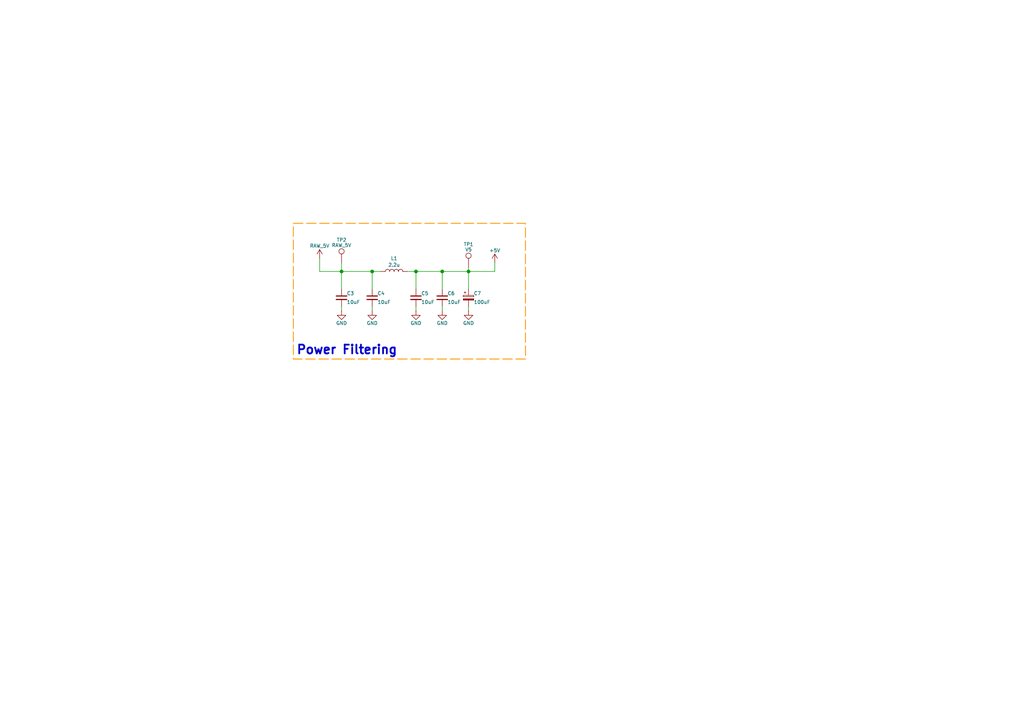
<source format=kicad_sch>
(kicad_sch (version 20250114) (generator "eeschema") (generator_version "9.0")
  (paper "A4")
  (lib_symbols
    (symbol "Connector:TestPoint" (pin_numbers (hide yes)) (pin_names (offset 0.762) (hide yes))
      (property "Reference" "TP" (at 0 6.858 0))
      (property "Value" "TestPoint" (at 0 5.08 0))
      (symbol "TestPoint_0_1"
        (circle (center 0 3.302) (radius 0.762))
      )
      (symbol "TestPoint_1_1"
        (pin passive line (at 0 0 90) (length 2.54) (name "1") (number "1"))
      )
    )
    (symbol "Device:C_Polarized_Small" (pin_numbers (hide yes)) (pin_names (offset 0.254) (hide yes))
      (property "Reference" "C" (at 0.254 1.778 0))
      (property "Value" "C_Polarized_Small" (at 0.254 -2.032 0))
      (symbol "C_Polarized_Small_0_1"
        (rectangle (start -1.524 0.6858) (end 1.524 0.3048))
        (rectangle (start -1.524 -0.3048) (end 1.524 -0.6858) (fill (type outline)))
        (polyline (pts (xy -1.27 1.524) (xy -0.762 1.524)))
        (polyline (pts (xy -1.016 1.27) (xy -1.016 1.778)))
      )
      (symbol "C_Polarized_Small_1_1"
        (pin passive line (at 0 2.54 270) (length 1.8542) (name "~") (number "1"))
        (pin passive line (at 0 -2.54 90) (length 1.8542) (name "~") (number "2"))
      )
    )
    (symbol "Device:C_Small" (pin_numbers (hide yes)) (pin_names (offset 0.254) (hide yes))
      (property "Reference" "C" (at 0.254 1.778 0))
      (property "Value" "C_Small" (at 0.254 -2.032 0))
      (symbol "C_Small_0_1"
        (polyline (pts (xy -1.524 0.508) (xy 1.524 0.508)) (stroke (width 0.3048)))
        (polyline (pts (xy -1.524 -0.508) (xy 1.524 -0.508)) (stroke (width 0.3302)))
      )
      (symbol "C_Small_1_1"
        (pin passive line (at 0 2.54 270) (length 2.032) (name "~") (number "1"))
        (pin passive line (at 0 -2.54 90) (length 2.032) (name "~") (number "2"))
      )
    )
    (symbol "Device:L" (pin_numbers (hide yes)) (pin_names (offset 1.016) (hide yes))
      (property "Reference" "L" (at -1.27 0 90))
      (property "Value" "L" (at 1.905 0 90))
      (symbol "L_0_1"
        (arc (start 0 2.54) (mid 0.6323 1.905) (end 0 1.27))
        (arc (start 0 1.27) (mid 0.6323 0.635) (end 0 0))
        (arc (start 0 0) (mid 0.6323 -0.635) (end 0 -1.27))
        (arc (start 0 -1.27) (mid 0.6323 -1.905) (end 0 -2.54))
      )
      (symbol "L_1_1"
        (pin passive line (at 0 3.81 270) (length 1.27) (name "1") (number "1"))
        (pin passive line (at 0 -3.81 90) (length 1.27) (name "2") (number "2"))
      )
    )
    (symbol "power:+5V" (power) (pin_numbers (hide yes)) (pin_names (offset 0) (hide yes))
      (property "Value" "+5V" (at 0 3.556 0))
      (symbol "+5V_0_1"
        (polyline (pts (xy -0.762 1.27) (xy 0 2.54)))
        (polyline (pts (xy 0 2.54) (xy 0.762 1.27)))
        (polyline (pts (xy 0 0) (xy 0 2.54)))
      )
      (symbol "+5V_1_1"
        (pin power_in line (at 0 0 90) (length 0) (name "~") (number "1"))
      )
    )
    (symbol "power:GND" (power) (pin_numbers (hide yes)) (pin_names (offset 0) (hide yes))
      (property "Value" "GND" (at 0 -3.81 0))
      (symbol "GND_0_1"
        (polyline (pts (xy 0 0) (xy 0 -1.27) (xy 1.27 -1.27) (xy 0 -2.54) (xy -1.27 -1.27) (xy 0 -1.27)))
      )
      (symbol "GND_1_1"
        (pin power_in line (at 0 0 270) (length 0) (name "~") (number "1"))
      )
    )
  )
  (rectangle (start 85.09 64.77) (end 152.4 104.14) (stroke (width 0.254) (type dash) (color 255 153 0 1)))
  (text "Power Filtering" (at 85.852 101.6 0) (effects (font (size 2.54 2.54) (thickness 0.508) (bold yes)) (justify left)))
  (junction (at 135.89 78.74))
  (junction (at 107.95 78.74))
  (junction (at 99.06 78.74))
  (junction (at 120.65 78.74))
  (junction (at 128.27 78.74))
  (wire (pts (xy 99.06 78.74) (xy 99.06 83.82)))
  (wire (pts (xy 107.95 78.74) (xy 110.49 78.74)))
  (wire (pts (xy 92.71 78.74) (xy 92.71 74.93)))
  (wire (pts (xy 120.65 88.9) (xy 120.65 90.17)))
  (wire (pts (xy 120.65 78.74) (xy 128.27 78.74)))
  (wire (pts (xy 135.89 83.82) (xy 135.89 78.74)))
  (wire (pts (xy 107.95 83.82) (xy 107.95 78.74)))
  (wire (pts (xy 120.65 78.74) (xy 120.65 83.82)))
  (wire (pts (xy 99.06 88.9) (xy 99.06 90.17)))
  (wire (pts (xy 135.89 77.47) (xy 135.89 78.74)))
  (wire (pts (xy 99.06 78.74) (xy 107.95 78.74)))
  (wire (pts (xy 128.27 83.82) (xy 128.27 78.74)))
  (wire (pts (xy 118.11 78.74) (xy 120.65 78.74)))
  (wire (pts (xy 107.95 88.9) (xy 107.95 90.17)))
  (wire (pts (xy 128.27 78.74) (xy 135.89 78.74)))
  (wire (pts (xy 143.51 78.74) (xy 143.51 76.2)))
  (wire (pts (xy 99.06 76.2) (xy 99.06 78.74)))
  (wire (pts (xy 135.89 78.74) (xy 143.51 78.74)))
  (wire (pts (xy 92.71 78.74) (xy 99.06 78.74)))
  (wire (pts (xy 135.89 88.9) (xy 135.89 90.17)))
  (wire (pts (xy 128.27 88.9) (xy 128.27 90.17)))
  (symbol (lib_id "Connector:TestPoint") (at 99.06 76.2 0) (mirror y) (unit 1) (in_bom no)
    (property "Reference" "TP2" (at 99.06 69.596 0) (effects (font (size 1 1))))
    (property "Value" "RAW_5V" (at 99.06 71.12 0) (effects (font (size 1 1))))
    (property "Footprint" "TestPoint:TestPoint_Pad_D1.0mm" (effects (hide yes)))
    (property "Description" "test point" (effects (hide yes)))
  )
  (symbol (lib_id "power:+5V") (at 143.51 76.2 0) (unit 1)
    (property "Reference" "#PWR09" (effects (hide yes)))
    (property "Value" "+5V" (at 143.51 72.644 0) (effects (font (size 1 1))))
    (property "Description" "Power symbol creates a global label with name \"+5V\"" (effects (hide yes)))
  )
  (symbol (lib_id "power:GND") (at 107.95 90.17 0) (unit 1)
    (property "Reference" "#PWR021" (effects (hide yes)))
    (property "Value" "GND" (at 107.95 93.726 0) (effects (font (size 1 1))))
    (property "Description" "Power symbol creates a global label with name \"GND\" , ground" (effects (hide yes)))
  )
  (symbol (lib_id "power:GND") (at 128.27 90.17 0) (unit 1)
    (property "Reference" "#PWR023" (effects (hide yes)))
    (property "Value" "GND" (at 128.27 93.726 0) (effects (font (size 1 1))))
    (property "Description" "Power symbol creates a global label with name \"GND\" , ground" (effects (hide yes)))
  )
  (symbol (lib_id "power:GND") (at 99.06 90.17 0) (unit 1)
    (property "Reference" "#PWR020" (effects (hide yes)))
    (property "Value" "GND" (at 99.06 93.726 0) (effects (font (size 1 1))))
    (property "Description" "Power symbol creates a global label with name \"GND\" , ground" (effects (hide yes)))
  )
  (symbol (lib_id "Device:L") (at 114.3 78.74 90) (unit 1)
    (property "Reference" "L1" (at 114.3 74.93 90) (effects (font (size 1 1))))
    (property "Value" "2.2u" (at 114.3 76.835 90) (effects (font (size 1 1))))
    (property "Footprint" "Inductor_SMD:L_Sunlord_MWSA0402S" (effects (hide yes)))
    (property "Datasheet" "https://jlcpcb.com/api/file/downloadByFileSystemAccessId/8588935518867869696" (effects (hide yes)))
    (property "Description" "3A 2.2uH Shielded inductor ±20% SMD,4.4x4.2mm Power Inductors" (effects (hide yes)))
    (property "MN" "Cybermax" (effects (hide yes)))
    (property "MPN" "CMLO0420H2R2MTT" (effects (hide yes)))
    (property "Mouser" "673-PA4332222NLT" (effects (hide yes)))
    (property "Digikey" "553-3290-2-ND" (effects (hide yes)))
    (property "LCSC" "C438930" (effects (hide yes)))
  )
  (symbol (lib_id "Device:C_Small") (at 107.95 86.36 0) (unit 1)
    (property "Reference" "C4" (at 109.474 85.09 0) (effects (font (size 1 1)) (justify left)))
    (property "Value" "10uF" (at 109.474 87.63 0) (effects (font (size 1 1)) (justify left)))
    (property "Footprint" "Capacitor_SMD:C_0603_1608Metric" (effects (hide yes)))
    (property "Datasheet" "https://mm.digikey.com/Volume0/opasdata/d220001/medias/docus/43/CL10A106MO8NQNC_Spec.pdf" (effects (hide yes)))
    (property "Description" "CAP CER 10UF 16V X5R 0603" (effects (hide yes)))
    (property "MN" "Samsung" (effects (hide yes)))
    (property "MF" "Samsung" (effects (hide yes)))
    (property "MPN" "CL10A106MO8NQNC" (effects (hide yes)))
    (property "Mouser" "187-CL10A106MO8NQNC" (effects (hide yes)))
    (property "Digikey" "1276-1870-2-ND" (effects (hide yes)))
    (property "LCSC" "C92487" (effects (hide yes)))
  )
  (symbol (lib_id "Device:C_Polarized_Small") (at 135.89 86.36 0) (unit 1)
    (property "Reference" "C7" (at 137.414 85.09 0) (effects (font (size 1 1)) (justify left)))
    (property "Value" "100uF" (at 137.414 87.63 0) (effects (font (size 1 1)) (justify left)))
    (property "Footprint" "Capacitor_SMD:CP_Elec_6.3x7.7" (effects (hide yes)))
    (property "Datasheet" "https://jlcpcb.com/api/file/downloadByFileSystemAccessId/8588894527042031616" (effects (hide yes)))
    (property "Description" "100uF 35V ±20% SMD,D6.3xL7.7mm Aluminum Electrolytic Capacitors" (effects (hide yes)))
    (property "MN" "Honor Elec" (effects (hide yes)))
    (property "MPN" "RVT1V101M0607" (effects (hide yes)))
    (property "Mouser" "647-UWT1V101MCL1S" (effects (hide yes)))
    (property "Digikey" "493-2203-2-ND" (effects (hide yes)))
    (property "LCSC" "C3339" (effects (hide yes)))
    (property "Notes" "35V/Aluminum" (effects (hide yes)))
    (property "FT Rotation Offset" "180" (effects (hide yes)))
  )
  (symbol (lib_id "power:GND") (at 120.65 90.17 0) (unit 1)
    (property "Reference" "#PWR022" (effects (hide yes)))
    (property "Value" "GND" (at 120.65 93.726 0) (effects (font (size 1 1))))
    (property "Description" "Power symbol creates a global label with name \"GND\" , ground" (effects (hide yes)))
  )
  (symbol (lib_id "Device:C_Small") (at 128.27 86.36 0) (unit 1)
    (property "Reference" "C6" (at 129.794 85.09 0) (effects (font (size 1 1)) (justify left)))
    (property "Value" "10uF" (at 129.794 87.63 0) (effects (font (size 1 1)) (justify left)))
    (property "Footprint" "Capacitor_SMD:C_0603_1608Metric" (effects (hide yes)))
    (property "Datasheet" "https://mm.digikey.com/Volume0/opasdata/d220001/medias/docus/43/CL10A106MO8NQNC_Spec.pdf" (effects (hide yes)))
    (property "Description" "CAP CER 10UF 16V X5R 0603" (effects (hide yes)))
    (property "MF" "Samsung" (effects (hide yes)))
    (property "MN" "Samsung" (effects (hide yes)))
    (property "MPN" "CL10A106MO8NQNC" (effects (hide yes)))
    (property "Mouser" "187-CL10A106MO8NQNC" (effects (hide yes)))
    (property "Digikey" "1276-1870-2-ND" (effects (hide yes)))
    (property "LCSC" "C92487" (effects (hide yes)))
  )
  (symbol (lib_id "Device:C_Small") (at 120.65 86.36 0) (unit 1)
    (property "Reference" "C5" (at 122.174 85.09 0) (effects (font (size 1 1)) (justify left)))
    (property "Value" "10uF" (at 122.174 87.63 0) (effects (font (size 1 1)) (justify left)))
    (property "Footprint" "Capacitor_SMD:C_0603_1608Metric" (effects (hide yes)))
    (property "Datasheet" "https://mm.digikey.com/Volume0/opasdata/d220001/medias/docus/43/CL10A106MO8NQNC_Spec.pdf" (effects (hide yes)))
    (property "Description" "CAP CER 10UF 16V X5R 0603" (effects (hide yes)))
    (property "MN" "Samsung" (effects (hide yes)))
    (property "MF" "Samsung" (effects (hide yes)))
    (property "MPN" "CL10A106MO8NQNC" (effects (hide yes)))
    (property "Mouser" "187-CL10A106MO8NQNC" (effects (hide yes)))
    (property "Digikey" "1276-1870-2-ND" (effects (hide yes)))
    (property "LCSC" "C92487" (effects (hide yes)))
  )
  (symbol (lib_id "power:GND") (at 135.89 90.17 0) (unit 1)
    (property "Reference" "#PWR024" (effects (hide yes)))
    (property "Value" "GND" (at 135.89 93.726 0) (effects (font (size 1 1))))
    (property "Description" "Power symbol creates a global label with name \"GND\" , ground" (effects (hide yes)))
  )
  (symbol (lib_id "Device:C_Small") (at 99.06 86.36 0) (unit 1)
    (property "Reference" "C3" (at 100.584 85.09 0) (effects (font (size 1 1)) (justify left)))
    (property "Value" "10uF" (at 100.584 87.63 0) (effects (font (size 1 1)) (justify left)))
    (property "Footprint" "Capacitor_SMD:C_0603_1608Metric" (effects (hide yes)))
    (property "Datasheet" "https://mm.digikey.com/Volume0/opasdata/d220001/medias/docus/43/CL10A106MO8NQNC_Spec.pdf" (effects (hide yes)))
    (property "Description" "CAP CER 10UF 16V X5R 0603" (effects (hide yes)))
    (property "MF" "Samsung" (effects (hide yes)))
    (property "MN" "Samsung" (effects (hide yes)))
    (property "MPN" "CL10A106MO8NQNC" (effects (hide yes)))
    (property "Mouser" "187-CL10A106MO8NQNC" (effects (hide yes)))
    (property "Digikey" "1276-1870-2-ND" (effects (hide yes)))
    (property "LCSC" "C92487" (effects (hide yes)))
  )
  (symbol (lib_id "Connector:TestPoint") (at 135.89 77.47 0) (mirror y) (unit 1) (in_bom no)
    (property "Reference" "TP1" (at 135.89 70.866 0) (effects (font (size 1 1))))
    (property "Value" "V5" (at 135.89 72.39 0) (effects (font (size 1 1))))
    (property "Footprint" "TestPoint:TestPoint_Pad_D1.0mm" (effects (hide yes)))
    (property "Description" "test point" (effects (hide yes)))
  )
  (symbol (lib_id "power:+5V") (at 92.71 74.93 0) (unit 1)
    (property "Reference" "#PWR033" (effects (hide yes)))
    (property "Value" "RAW_5V" (at 92.71 71.882 0) (effects (font (size 1 1)) (justify bottom)))
    (property "Description" "Power symbol creates a global label with name \"+5V\"" (effects (hide yes)))
  )
)
</source>
